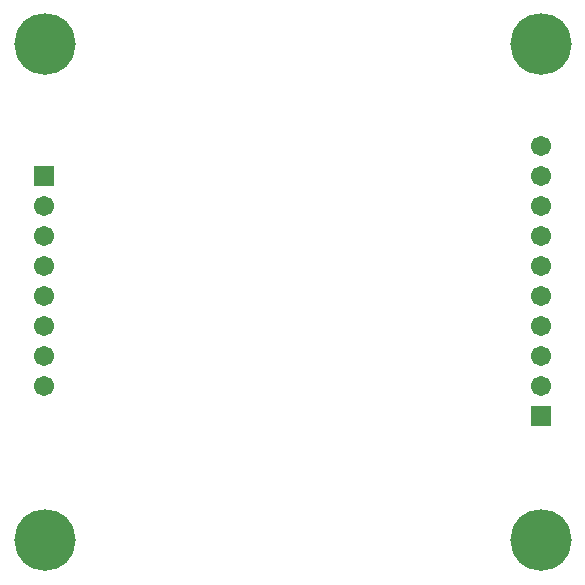
<source format=gbs>
%FSLAX25Y25*%
%MOIN*%
G70*
G01*
G75*
G04 Layer_Color=16711935*
%ADD10R,0.05906X0.05906*%
%ADD11C,0.05906*%
%ADD12C,0.03937*%
%ADD13C,0.19685*%
%ADD14C,0.01000*%
%ADD15C,0.00787*%
%ADD16R,0.06706X0.06706*%
%ADD17C,0.06706*%
%ADD18C,0.04737*%
%ADD19C,0.20485*%
D16*
X377953Y352500D02*
D03*
X212500Y432500D02*
D03*
D17*
X377953Y362500D02*
D03*
Y382500D02*
D03*
Y392500D02*
D03*
Y402500D02*
D03*
Y412500D02*
D03*
Y422500D02*
D03*
Y432500D02*
D03*
Y442500D02*
D03*
Y372500D02*
D03*
X212500Y362500D02*
D03*
Y372500D02*
D03*
Y382500D02*
D03*
Y392500D02*
D03*
Y402500D02*
D03*
Y412500D02*
D03*
Y422500D02*
D03*
D18*
X381890Y317843D02*
D03*
X384772Y314961D02*
D03*
X381890Y304205D02*
D03*
X384772Y307087D02*
D03*
X374016Y304205D02*
D03*
X371134Y307087D02*
D03*
X374016Y317843D02*
D03*
X371134Y314961D02*
D03*
X377953Y303150D02*
D03*
X385827Y311024D02*
D03*
X377953Y318898D02*
D03*
X370079Y311024D02*
D03*
X216535Y317843D02*
D03*
X219417Y314961D02*
D03*
X216535Y304205D02*
D03*
X219417Y307087D02*
D03*
X208661Y304205D02*
D03*
X205780Y307087D02*
D03*
X208661Y317843D02*
D03*
X205780Y314961D02*
D03*
X212598Y303150D02*
D03*
X220472Y311024D02*
D03*
X212598Y318898D02*
D03*
X204724Y311024D02*
D03*
X216535Y483197D02*
D03*
X219417Y480315D02*
D03*
X216535Y469559D02*
D03*
X219417Y472441D02*
D03*
X208661Y469559D02*
D03*
X205780Y472441D02*
D03*
X208661Y483197D02*
D03*
X205780Y480315D02*
D03*
X212598Y468504D02*
D03*
X220472Y476378D02*
D03*
X212598Y484252D02*
D03*
X204724Y476378D02*
D03*
X381890Y483197D02*
D03*
X384772Y480315D02*
D03*
X381890Y469559D02*
D03*
X384772Y472441D02*
D03*
X374016Y469559D02*
D03*
X371134Y472441D02*
D03*
X374016Y483197D02*
D03*
X371134Y480315D02*
D03*
X377953Y468504D02*
D03*
X385827Y476378D02*
D03*
X377953Y484252D02*
D03*
X370079Y476378D02*
D03*
D19*
X377953Y311024D02*
D03*
X212598D02*
D03*
Y476378D02*
D03*
X377953D02*
D03*
M02*

</source>
